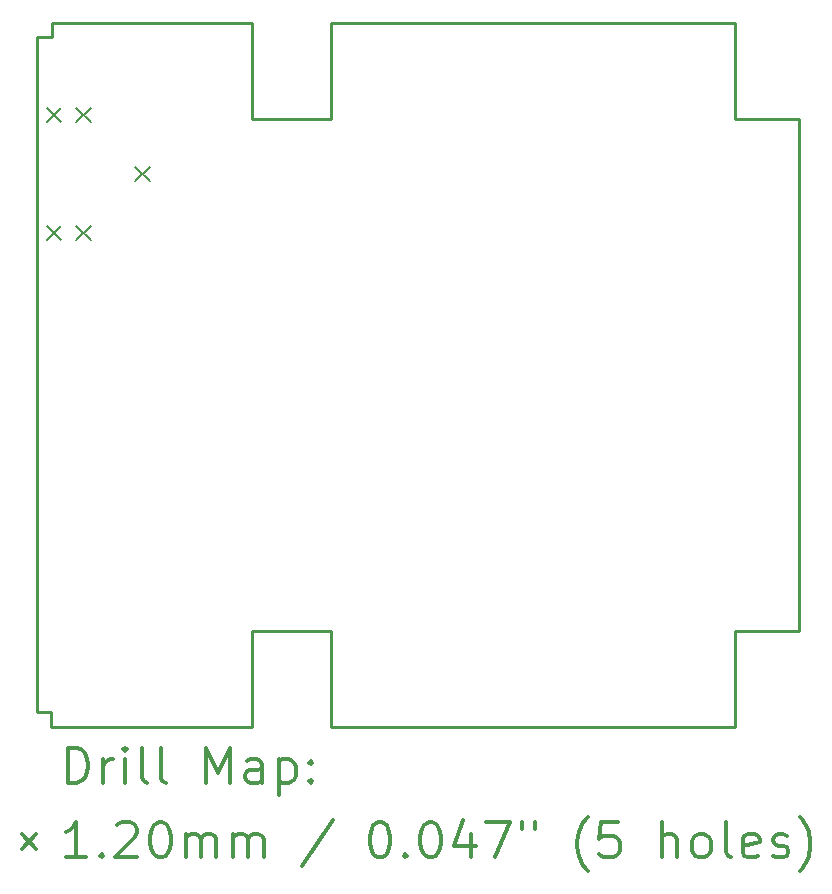
<source format=gbr>
%FSLAX45Y45*%
G04 Gerber Fmt 4.5, Leading zero omitted, Abs format (unit mm)*
G04 Created by KiCad (PCBNEW 0.201501280107+5391~20~ubuntu14.10.1-product) date Fre 06 Feb 2015 15:11:57 CET*
%MOMM*%
G01*
G04 APERTURE LIST*
%ADD10C,0.127000*%
%ADD11C,0.254000*%
%ADD12C,0.200000*%
%ADD13C,0.300000*%
G04 APERTURE END LIST*
D10*
D11*
X-11220450Y20643850D02*
X-11220450Y19831050D01*
X-11893550Y20643850D02*
X-11220450Y20643850D01*
X-11893550Y19831050D02*
X-11893550Y20643850D01*
X-11220450Y24974550D02*
X-11220450Y25787350D01*
X-11893550Y24974550D02*
X-11220450Y24974550D01*
X-11893550Y25787350D02*
X-11893550Y24974550D01*
X-7804150Y24974550D02*
X-7258050Y24974550D01*
X-7804150Y25787350D02*
X-7804150Y24974550D01*
X-7804150Y20643850D02*
X-7258050Y20643850D01*
X-7804150Y19831050D02*
X-7804150Y20643850D01*
X-13582650Y25673050D02*
X-13709650Y25673050D01*
X-13582650Y25787350D02*
X-13582650Y25673050D01*
X-11893550Y25787350D02*
X-13582650Y25787350D01*
X-7804150Y25787350D02*
X-11220450Y25787350D01*
X-11220450Y19831050D02*
X-7804150Y19831050D01*
X-13595350Y19831050D02*
X-11893550Y19831050D01*
X-13595350Y19958050D02*
X-13595350Y19831050D01*
X-13709650Y19958050D02*
X-13595350Y19958050D01*
X-13709650Y25673050D02*
X-13709650Y19958050D01*
X-7258050Y20649190D02*
X-7258050Y24969200D01*
D12*
X-13628700Y25069200D02*
X-13508700Y24949200D01*
X-13508700Y25069200D02*
X-13628700Y24949200D01*
X-13628700Y24069200D02*
X-13508700Y23949200D01*
X-13508700Y24069200D02*
X-13628700Y23949200D01*
X-13378700Y25069200D02*
X-13258700Y24949200D01*
X-13258700Y25069200D02*
X-13378700Y24949200D01*
X-13378700Y24069200D02*
X-13258700Y23949200D01*
X-13258700Y24069200D02*
X-13378700Y23949200D01*
X-12878700Y24569200D02*
X-12758700Y24449200D01*
X-12758700Y24569200D02*
X-12878700Y24449200D01*
D13*
X-13450921Y19352636D02*
X-13450921Y19652636D01*
X-13379493Y19652636D01*
X-13336636Y19638350D01*
X-13308064Y19609779D01*
X-13293779Y19581207D01*
X-13279493Y19524064D01*
X-13279493Y19481207D01*
X-13293779Y19424064D01*
X-13308064Y19395493D01*
X-13336636Y19366921D01*
X-13379493Y19352636D01*
X-13450921Y19352636D01*
X-13150921Y19352636D02*
X-13150921Y19552636D01*
X-13150921Y19495493D02*
X-13136636Y19524064D01*
X-13122350Y19538350D01*
X-13093779Y19552636D01*
X-13065207Y19552636D01*
X-12965207Y19352636D02*
X-12965207Y19552636D01*
X-12965207Y19652636D02*
X-12979493Y19638350D01*
X-12965207Y19624064D01*
X-12950921Y19638350D01*
X-12965207Y19652636D01*
X-12965207Y19624064D01*
X-12779493Y19352636D02*
X-12808064Y19366921D01*
X-12822350Y19395493D01*
X-12822350Y19652636D01*
X-12622350Y19352636D02*
X-12650921Y19366921D01*
X-12665207Y19395493D01*
X-12665207Y19652636D01*
X-12279493Y19352636D02*
X-12279493Y19652636D01*
X-12179493Y19438350D01*
X-12079493Y19652636D01*
X-12079493Y19352636D01*
X-11808064Y19352636D02*
X-11808064Y19509779D01*
X-11822350Y19538350D01*
X-11850921Y19552636D01*
X-11908064Y19552636D01*
X-11936636Y19538350D01*
X-11808064Y19366921D02*
X-11836636Y19352636D01*
X-11908064Y19352636D01*
X-11936636Y19366921D01*
X-11950921Y19395493D01*
X-11950921Y19424064D01*
X-11936636Y19452636D01*
X-11908064Y19466921D01*
X-11836636Y19466921D01*
X-11808064Y19481207D01*
X-11665207Y19552636D02*
X-11665207Y19252636D01*
X-11665207Y19538350D02*
X-11636636Y19552636D01*
X-11579493Y19552636D01*
X-11550921Y19538350D01*
X-11536636Y19524064D01*
X-11522350Y19495493D01*
X-11522350Y19409779D01*
X-11536636Y19381207D01*
X-11550921Y19366921D01*
X-11579493Y19352636D01*
X-11636636Y19352636D01*
X-11665207Y19366921D01*
X-11393779Y19381207D02*
X-11379493Y19366921D01*
X-11393779Y19352636D01*
X-11408064Y19366921D01*
X-11393779Y19381207D01*
X-11393779Y19352636D01*
X-11393779Y19538350D02*
X-11379493Y19524064D01*
X-11393779Y19509779D01*
X-11408064Y19524064D01*
X-11393779Y19538350D01*
X-11393779Y19509779D01*
X-13842350Y18918350D02*
X-13722350Y18798350D01*
X-13722350Y18918350D02*
X-13842350Y18798350D01*
X-13293779Y18722636D02*
X-13465207Y18722636D01*
X-13379493Y18722636D02*
X-13379493Y19022636D01*
X-13408064Y18979779D01*
X-13436636Y18951207D01*
X-13465207Y18936921D01*
X-13165207Y18751207D02*
X-13150921Y18736921D01*
X-13165207Y18722636D01*
X-13179493Y18736921D01*
X-13165207Y18751207D01*
X-13165207Y18722636D01*
X-13036636Y18994064D02*
X-13022350Y19008350D01*
X-12993779Y19022636D01*
X-12922350Y19022636D01*
X-12893779Y19008350D01*
X-12879493Y18994064D01*
X-12865207Y18965493D01*
X-12865207Y18936921D01*
X-12879493Y18894064D01*
X-13050922Y18722636D01*
X-12865207Y18722636D01*
X-12679493Y19022636D02*
X-12650921Y19022636D01*
X-12622350Y19008350D01*
X-12608064Y18994064D01*
X-12593779Y18965493D01*
X-12579493Y18908350D01*
X-12579493Y18836921D01*
X-12593779Y18779779D01*
X-12608064Y18751207D01*
X-12622350Y18736921D01*
X-12650921Y18722636D01*
X-12679493Y18722636D01*
X-12708064Y18736921D01*
X-12722350Y18751207D01*
X-12736636Y18779779D01*
X-12750921Y18836921D01*
X-12750921Y18908350D01*
X-12736636Y18965493D01*
X-12722350Y18994064D01*
X-12708064Y19008350D01*
X-12679493Y19022636D01*
X-12450921Y18722636D02*
X-12450921Y18922636D01*
X-12450921Y18894064D02*
X-12436636Y18908350D01*
X-12408064Y18922636D01*
X-12365207Y18922636D01*
X-12336636Y18908350D01*
X-12322350Y18879779D01*
X-12322350Y18722636D01*
X-12322350Y18879779D02*
X-12308064Y18908350D01*
X-12279493Y18922636D01*
X-12236636Y18922636D01*
X-12208064Y18908350D01*
X-12193779Y18879779D01*
X-12193779Y18722636D01*
X-12050921Y18722636D02*
X-12050921Y18922636D01*
X-12050921Y18894064D02*
X-12036636Y18908350D01*
X-12008064Y18922636D01*
X-11965207Y18922636D01*
X-11936636Y18908350D01*
X-11922350Y18879779D01*
X-11922350Y18722636D01*
X-11922350Y18879779D02*
X-11908064Y18908350D01*
X-11879493Y18922636D01*
X-11836636Y18922636D01*
X-11808064Y18908350D01*
X-11793779Y18879779D01*
X-11793779Y18722636D01*
X-11208064Y19036921D02*
X-11465207Y18651207D01*
X-10822350Y19022636D02*
X-10793779Y19022636D01*
X-10765207Y19008350D01*
X-10750922Y18994064D01*
X-10736636Y18965493D01*
X-10722350Y18908350D01*
X-10722350Y18836921D01*
X-10736636Y18779779D01*
X-10750922Y18751207D01*
X-10765207Y18736921D01*
X-10793779Y18722636D01*
X-10822350Y18722636D01*
X-10850922Y18736921D01*
X-10865207Y18751207D01*
X-10879493Y18779779D01*
X-10893779Y18836921D01*
X-10893779Y18908350D01*
X-10879493Y18965493D01*
X-10865207Y18994064D01*
X-10850922Y19008350D01*
X-10822350Y19022636D01*
X-10593779Y18751207D02*
X-10579493Y18736921D01*
X-10593779Y18722636D01*
X-10608064Y18736921D01*
X-10593779Y18751207D01*
X-10593779Y18722636D01*
X-10393779Y19022636D02*
X-10365207Y19022636D01*
X-10336636Y19008350D01*
X-10322350Y18994064D01*
X-10308065Y18965493D01*
X-10293779Y18908350D01*
X-10293779Y18836921D01*
X-10308065Y18779779D01*
X-10322350Y18751207D01*
X-10336636Y18736921D01*
X-10365207Y18722636D01*
X-10393779Y18722636D01*
X-10422350Y18736921D01*
X-10436636Y18751207D01*
X-10450922Y18779779D01*
X-10465207Y18836921D01*
X-10465207Y18908350D01*
X-10450922Y18965493D01*
X-10436636Y18994064D01*
X-10422350Y19008350D01*
X-10393779Y19022636D01*
X-10036636Y18922636D02*
X-10036636Y18722636D01*
X-10108065Y19036921D02*
X-10179493Y18822636D01*
X-9993779Y18822636D01*
X-9908065Y19022636D02*
X-9708065Y19022636D01*
X-9836636Y18722636D01*
X-9608064Y19022636D02*
X-9608064Y18965493D01*
X-9493779Y19022636D02*
X-9493779Y18965493D01*
X-9050922Y18608350D02*
X-9065207Y18622636D01*
X-9093779Y18665493D01*
X-9108065Y18694064D01*
X-9122350Y18736921D01*
X-9136636Y18808350D01*
X-9136636Y18865493D01*
X-9122350Y18936921D01*
X-9108065Y18979779D01*
X-9093779Y19008350D01*
X-9065207Y19051207D01*
X-9050922Y19065493D01*
X-8793779Y19022636D02*
X-8936636Y19022636D01*
X-8950922Y18879779D01*
X-8936636Y18894064D01*
X-8908065Y18908350D01*
X-8836636Y18908350D01*
X-8808065Y18894064D01*
X-8793779Y18879779D01*
X-8779493Y18851207D01*
X-8779493Y18779779D01*
X-8793779Y18751207D01*
X-8808065Y18736921D01*
X-8836636Y18722636D01*
X-8908065Y18722636D01*
X-8936636Y18736921D01*
X-8950922Y18751207D01*
X-8422350Y18722636D02*
X-8422350Y19022636D01*
X-8293779Y18722636D02*
X-8293779Y18879779D01*
X-8308064Y18908350D01*
X-8336636Y18922636D01*
X-8379493Y18922636D01*
X-8408065Y18908350D01*
X-8422350Y18894064D01*
X-8108064Y18722636D02*
X-8136636Y18736921D01*
X-8150922Y18751207D01*
X-8165207Y18779779D01*
X-8165207Y18865493D01*
X-8150922Y18894064D01*
X-8136636Y18908350D01*
X-8108064Y18922636D01*
X-8065207Y18922636D01*
X-8036636Y18908350D01*
X-8022350Y18894064D01*
X-8008064Y18865493D01*
X-8008064Y18779779D01*
X-8022350Y18751207D01*
X-8036636Y18736921D01*
X-8065207Y18722636D01*
X-8108064Y18722636D01*
X-7836636Y18722636D02*
X-7865207Y18736921D01*
X-7879493Y18765493D01*
X-7879493Y19022636D01*
X-7608064Y18736921D02*
X-7636636Y18722636D01*
X-7693779Y18722636D01*
X-7722350Y18736921D01*
X-7736636Y18765493D01*
X-7736636Y18879779D01*
X-7722350Y18908350D01*
X-7693779Y18922636D01*
X-7636636Y18922636D01*
X-7608064Y18908350D01*
X-7593779Y18879779D01*
X-7593779Y18851207D01*
X-7736636Y18822636D01*
X-7479493Y18736921D02*
X-7450921Y18722636D01*
X-7393779Y18722636D01*
X-7365207Y18736921D01*
X-7350921Y18765493D01*
X-7350921Y18779779D01*
X-7365207Y18808350D01*
X-7393779Y18822636D01*
X-7436636Y18822636D01*
X-7465207Y18836921D01*
X-7479493Y18865493D01*
X-7479493Y18879779D01*
X-7465207Y18908350D01*
X-7436636Y18922636D01*
X-7393779Y18922636D01*
X-7365207Y18908350D01*
X-7250922Y18608350D02*
X-7236636Y18622636D01*
X-7208064Y18665493D01*
X-7193779Y18694064D01*
X-7179493Y18736921D01*
X-7165207Y18808350D01*
X-7165207Y18865493D01*
X-7179493Y18936921D01*
X-7193779Y18979779D01*
X-7208064Y19008350D01*
X-7236636Y19051207D01*
X-7250922Y19065493D01*
M02*

</source>
